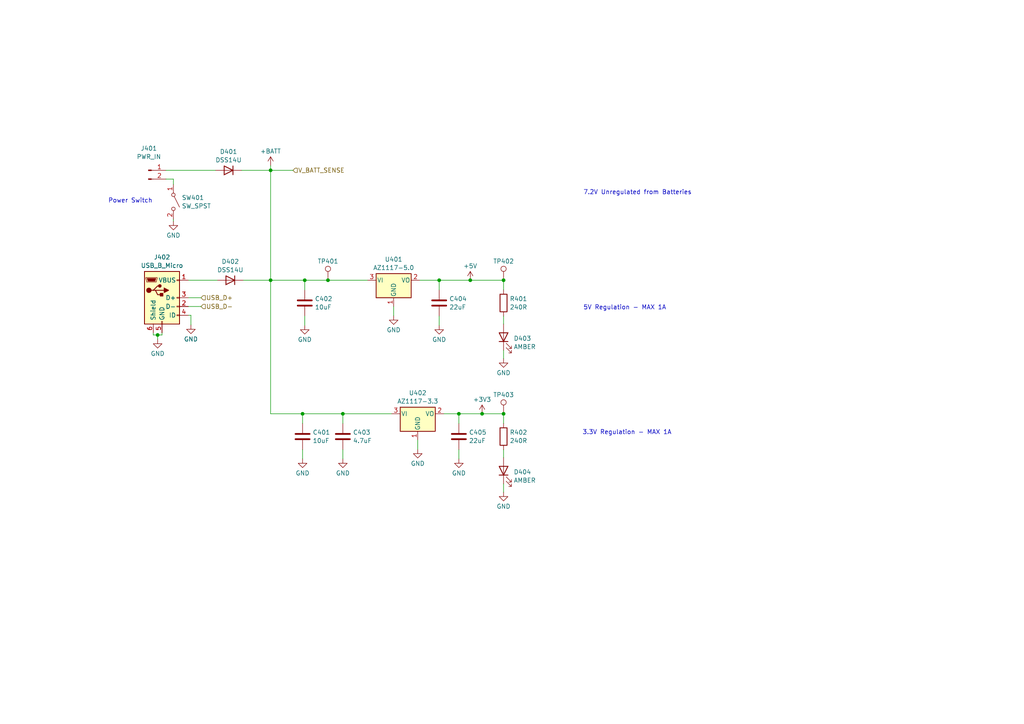
<source format=kicad_sch>
(kicad_sch (version 20231120) (generator "eeschema") (generator_version "8.0")
  (paper "A4")
  (title_block (title "Anduril-1 Flight Computer") (date "2024-02-22") (rev "V1.0") (company "UVic Rocketry"))
  (lib_symbols
    (symbol "Connector:Conn_01x02_Pin" (pin_names (offset 1.016) hide)
      (property "Reference" "J" (at 0 2.54 0))
      (property "Value" "Conn_01x02_Pin" (at 0 -5.08 0))
      (symbol "Conn_01x02_Pin_1_1"
        (polyline (pts (xy 1.27 -2.54) (xy 0.8636 -2.54)) (stroke (width 0.1524)))
        (polyline (pts (xy 1.27 0) (xy 0.8636 0)) (stroke (width 0.1524)))
        (rectangle (start 0.8636 -2.413) (end 0 -2.667) (stroke (width 0.1524)) (fill (type outline)))
        (rectangle (start 0.8636 0.127) (end 0 -0.127) (stroke (width 0.1524)) (fill (type outline)))
        (pin passive line (at 5.08 0 180) (length 3.81) (name "Pin_1") (number "1"))
        (pin passive line (at 5.08 -2.54 180) (length 3.81) (name "Pin_2") (number "2"))
      )
    )
    (symbol "Connector:TestPoint" (pin_numbers hide) (pin_names (offset 0.762) hide)
      (property "Reference" "TP" (at 0 6.858 0))
      (property "Value" "TestPoint" (at 0 5.08 0))
      (symbol "TestPoint_0_1"
        (circle (center 0 3.302) (radius 0.762))
      )
      (symbol "TestPoint_1_1"
        (pin passive line (at 0 0 90) (length 2.54) (name "1") (number "1"))
      )
    )
    (symbol "Connector:USB_B_Micro" (pin_names (offset 1.016))
      (property "Reference" "J" (at -5.08 11.43 0))
      (property "Value" "USB_B_Micro" (at -5.08 8.89 0))
      (symbol "USB_B_Micro_0_1"
        (rectangle (start -5.08 -7.62) (end 5.08 7.62) (stroke (width 0.254)) (fill (type background)))
        (circle (center -3.81 2.159) (radius 0.635) (stroke (width 0.254)) (fill (type outline)))
        (circle (center -0.635 3.429) (radius 0.381) (stroke (width 0.254)) (fill (type outline)))
        (rectangle (start -0.127 -7.62) (end 0.127 -6.858))
        (polyline (pts (xy -1.905 2.159) (xy 0.635 2.159)) (stroke (width 0.254)))
        (polyline (pts (xy -3.175 2.159) (xy -2.54 2.159) (xy -1.27 3.429) (xy -0.635 3.429)) (stroke (width 0.254)))
        (polyline (pts (xy -2.54 2.159) (xy -1.905 2.159) (xy -1.27 0.889) (xy 0 0.889)) (stroke (width 0.254)))
        (polyline (pts (xy 0.635 2.794) (xy 0.635 1.524) (xy 1.905 2.159) (xy 0.635 2.794)) (stroke (width 0.254)) (fill (type outline)))
        (polyline (pts (xy -4.318 5.588) (xy -1.778 5.588) (xy -2.032 4.826) (xy -4.064 4.826) (xy -4.318 5.588)) (fill (type outline)))
        (polyline (pts (xy -4.699 5.842) (xy -4.699 5.588) (xy -4.445 4.826) (xy -4.445 4.572) (xy -1.651 4.572) (xy -1.651 4.826) (xy -1.397 5.588) (xy -1.397 5.842) (xy -4.699 5.842)))
        (rectangle (start 0.254 1.27) (end -0.508 0.508) (stroke (width 0.254)) (fill (type outline)))
        (rectangle (start 5.08 -5.207) (end 4.318 -4.953))
        (rectangle (start 5.08 -2.667) (end 4.318 -2.413))
        (rectangle (start 5.08 -0.127) (end 4.318 0.127))
        (rectangle (start 5.08 4.953) (end 4.318 5.207))
      )
      (symbol "USB_B_Micro_1_1"
        (pin power_out line (at 7.62 5.08 180) (length 2.54) (name "VBUS") (number "1"))
        (pin bidirectional line (at 7.62 -2.54 180) (length 2.54) (name "D-") (number "2"))
        (pin bidirectional line (at 7.62 0 180) (length 2.54) (name "D+") (number "3"))
        (pin passive line (at 7.62 -5.08 180) (length 2.54) (name "ID") (number "4"))
        (pin power_out line (at 0 -10.16 90) (length 2.54) (name "GND") (number "5"))
        (pin passive line (at -2.54 -10.16 90) (length 2.54) (name "Shield") (number "6"))
      )
    )
    (symbol "Device:C" (pin_numbers hide) (pin_names (offset 0.254))
      (property "Reference" "C" (at 0.635 2.54 0))
      (property "Value" "C" (at 0.635 -2.54 0))
      (symbol "C_0_1"
        (polyline (pts (xy -2.032 -0.762) (xy 2.032 -0.762)) (stroke (width 0.508)))
        (polyline (pts (xy -2.032 0.762) (xy 2.032 0.762)) (stroke (width 0.508)))
      )
      (symbol "C_1_1"
        (pin passive line (at 0 3.81 270) (length 2.794) (name "~") (number "1"))
        (pin passive line (at 0 -3.81 90) (length 2.794) (name "~") (number "2"))
      )
    )
    (symbol "Device:D" (pin_numbers hide) (pin_names (offset 1.016) hide)
      (property "Reference" "D" (at 0 2.54 0))
      (property "Value" "D" (at 0 -2.54 0))
      (symbol "D_0_1"
        (polyline (pts (xy -1.27 1.27) (xy -1.27 -1.27)) (stroke (width 0.254)))
        (polyline (pts (xy 1.27 0) (xy -1.27 0)))
        (polyline (pts (xy 1.27 1.27) (xy 1.27 -1.27) (xy -1.27 0) (xy 1.27 1.27)) (stroke (width 0.254)))
      )
      (symbol "D_1_1"
        (pin passive line (at -3.81 0 0) (length 2.54) (name "K") (number "1"))
        (pin passive line (at 3.81 0 180) (length 2.54) (name "A") (number "2"))
      )
    )
    (symbol "Device:LED" (pin_numbers hide) (pin_names (offset 1.016) hide)
      (property "Reference" "D" (at 0 2.54 0))
      (property "Value" "LED" (at 0 -2.54 0))
      (symbol "LED_0_1"
        (polyline (pts (xy -1.27 -1.27) (xy -1.27 1.27)) (stroke (width 0.254)))
        (polyline (pts (xy -1.27 0) (xy 1.27 0)))
        (polyline (pts (xy 1.27 -1.27) (xy 1.27 1.27) (xy -1.27 0) (xy 1.27 -1.27)) (stroke (width 0.254)))
        (polyline (pts (xy -3.048 -0.762) (xy -4.572 -2.286) (xy -3.81 -2.286) (xy -4.572 -2.286) (xy -4.572 -1.524)))
        (polyline (pts (xy -1.778 -0.762) (xy -3.302 -2.286) (xy -2.54 -2.286) (xy -3.302 -2.286) (xy -3.302 -1.524)))
      )
      (symbol "LED_1_1"
        (pin passive line (at -3.81 0 0) (length 2.54) (name "K") (number "1"))
        (pin passive line (at 3.81 0 180) (length 2.54) (name "A") (number "2"))
      )
    )
    (symbol "Device:R" (pin_numbers hide) (pin_names (offset 0))
      (property "Reference" "R" (at 2.032 0 90))
      (property "Value" "R" (at 0 0 90))
      (symbol "R_0_1"
        (rectangle (start -1.016 -2.54) (end 1.016 2.54) (stroke (width 0.254)))
      )
      (symbol "R_1_1"
        (pin passive line (at 0 3.81 270) (length 1.27) (name "~") (number "1"))
        (pin passive line (at 0 -3.81 90) (length 1.27) (name "~") (number "2"))
      )
    )
    (symbol "Regulator_Linear:AZ1117-3.3" (pin_names (offset 0.254))
      (property "Reference" "U" (at -3.81 3.175 0))
      (property "Value" "AZ1117-3.3" (at 0 3.175 0))
      (symbol "AZ1117-3.3_0_1"
        (rectangle (start -5.08 1.905) (end 5.08 -5.08) (stroke (width 0.254)) (fill (type background)))
      )
      (symbol "AZ1117-3.3_1_1"
        (pin power_in line (at 0 -7.62 90) (length 2.54) (name "GND") (number "1"))
        (pin power_out line (at 7.62 0 180) (length 2.54) (name "VO") (number "2"))
        (pin power_in line (at -7.62 0 0) (length 2.54) (name "VI") (number "3"))
      )
    )
    (symbol "Regulator_Linear:AZ1117-5.0" (pin_names (offset 0.254))
      (property "Reference" "U" (at -3.81 3.175 0))
      (property "Value" "AZ1117-5.0" (at 0 3.175 0))
      (symbol "AZ1117-5.0_0_1"
        (rectangle (start -5.08 1.905) (end 5.08 -5.08) (stroke (width 0.254)) (fill (type background)))
      )
      (symbol "AZ1117-5.0_1_1"
        (pin power_in line (at 0 -7.62 90) (length 2.54) (name "GND") (number "1"))
        (pin power_out line (at 7.62 0 180) (length 2.54) (name "VO") (number "2"))
        (pin power_in line (at -7.62 0 0) (length 2.54) (name "VI") (number "3"))
      )
    )
    (symbol "Switch:SW_SPST" (pin_names (offset 0) hide)
      (property "Reference" "SW" (at 0 3.175 0))
      (property "Value" "SW_SPST" (at 0 -2.54 0))
      (symbol "SW_SPST_0_0"
        (circle (center -2.032 0) (radius 0.508))
        (polyline (pts (xy -1.524 0.254) (xy 1.524 1.778)))
        (circle (center 2.032 0) (radius 0.508))
      )
      (symbol "SW_SPST_1_1"
        (pin passive line (at -5.08 0 0) (length 2.54) (name "A") (number "1"))
        (pin passive line (at 5.08 0 180) (length 2.54) (name "B") (number "2"))
      )
    )
    (symbol "power:+3V3" (power) (pin_names (offset 0))
      (property "Value" "+3V3" (at 0 3.556 0))
      (symbol "+3V3_0_1"
        (polyline (pts (xy -0.762 1.27) (xy 0 2.54)))
        (polyline (pts (xy 0 0) (xy 0 2.54)))
        (polyline (pts (xy 0 2.54) (xy 0.762 1.27)))
      )
      (symbol "+3V3_1_1"
        (pin power_in line (at 0 0 90) (length 0) hide (name "+3V3") (number "1"))
      )
    )
    (symbol "power:+5V" (power) (pin_names (offset 0))
      (property "Value" "+5V" (at 0 3.556 0))
      (symbol "+5V_0_1"
        (polyline (pts (xy -0.762 1.27) (xy 0 2.54)))
        (polyline (pts (xy 0 0) (xy 0 2.54)))
        (polyline (pts (xy 0 2.54) (xy 0.762 1.27)))
      )
      (symbol "+5V_1_1"
        (pin power_in line (at 0 0 90) (length 0) hide (name "+5V") (number "1"))
      )
    )
    (symbol "power:+BATT" (power) (pin_names (offset 0))
      (property "Value" "+BATT" (at 0 3.556 0))
      (symbol "+BATT_0_1"
        (polyline (pts (xy -0.762 1.27) (xy 0 2.54)))
        (polyline (pts (xy 0 0) (xy 0 2.54)))
        (polyline (pts (xy 0 2.54) (xy 0.762 1.27)))
      )
      (symbol "+BATT_1_1"
        (pin power_in line (at 0 0 90) (length 0) hide (name "+BATT") (number "1"))
      )
    )
    (symbol "power:GND" (power) (pin_names (offset 0))
      (property "Value" "GND" (at 0 -3.81 0))
      (symbol "GND_0_1"
        (polyline (pts (xy 0 0) (xy 0 -1.27) (xy 1.27 -1.27) (xy 0 -2.54) (xy -1.27 -1.27) (xy 0 -1.27)))
      )
      (symbol "GND_1_1"
        (pin power_in line (at 0 0 270) (length 0) hide (name "GND") (number "1"))
      )
    )
  )
  (junction (at 133.0904 120.015))
  (junction (at 136.398 81.28))
  (junction (at 146.05 81.28))
  (junction (at 78.486 49.403))
  (junction (at 127.381 81.28))
  (junction (at 95.123 81.28))
  (junction (at 146.05 120.015))
  (junction (at 78.486 81.28))
  (junction (at 139.827 120.015))
  (junction (at 87.757 120.015))
  (junction (at 45.72 97.155))
  (junction (at 88.392 81.28))
  (junction (at 99.441 120.015))
  (wire (pts (xy 121.158 127.635) (xy 121.158 130.302)))
  (wire (pts (xy 87.757 120.015) (xy 99.441 120.015)))
  (wire (pts (xy 78.486 49.403) (xy 78.486 81.28)))
  (wire (pts (xy 146.05 81.28) (xy 146.05 84.074)))
  (wire (pts (xy 46.99 96.52) (xy 46.99 97.155)))
  (wire (pts (xy 87.757 130.429) (xy 87.757 133.096)))
  (wire (pts (xy 99.441 120.015) (xy 99.441 122.809)))
  (wire (pts (xy 146.05 120.015) (xy 146.05 122.809)))
  (wire (pts (xy 127.381 91.694) (xy 127.381 94.361)))
  (wire (pts (xy 121.793 81.28) (xy 127.381 81.28)))
  (wire (pts (xy 50.292 63.627) (xy 50.292 64.135)))
  (wire (pts (xy 99.441 130.429) (xy 99.441 133.096)))
  (wire (pts (xy 70.612 81.28) (xy 78.486 81.28)))
  (wire (pts (xy 45.72 97.155) (xy 45.72 98.425)))
  (wire (pts (xy 146.05 130.429) (xy 146.05 132.715)))
  (wire (pts (xy 54.61 86.36) (xy 58.293 86.36)))
  (wire (pts (xy 146.05 91.694) (xy 146.05 93.98)))
  (wire (pts (xy 87.757 120.015) (xy 87.757 122.809)))
  (wire (pts (xy 78.486 48.006) (xy 78.486 49.403)))
  (wire (pts (xy 95.123 81.28) (xy 106.553 81.28)))
  (wire (pts (xy 48.133 51.943) (xy 50.292 51.943)))
  (wire (pts (xy 114.173 88.9) (xy 114.173 91.567)))
  (wire (pts (xy 44.45 96.52) (xy 44.45 97.155)))
  (wire (pts (xy 127.381 81.28) (xy 127.381 84.074)))
  (wire (pts (xy 45.72 97.155) (xy 46.99 97.155)))
  (wire (pts (xy 54.61 88.9) (xy 58.293 88.9)))
  (wire (pts (xy 128.778 120.015) (xy 133.0904 120.015)))
  (wire (pts (xy 99.441 120.015) (xy 113.538 120.015)))
  (wire (pts (xy 88.392 91.694) (xy 88.392 94.361)))
  (wire (pts (xy 48.133 49.403) (xy 62.484 49.403)))
  (wire (pts (xy 78.486 120.015) (xy 87.757 120.015)))
  (wire (pts (xy 88.392 81.28) (xy 88.392 84.074)))
  (wire (pts (xy 78.486 81.28) (xy 88.392 81.28)))
  (wire (pts (xy 54.61 81.28) (xy 62.992 81.28)))
  (wire (pts (xy 88.392 81.28) (xy 95.123 81.28)))
  (wire (pts (xy 133.0904 120.015) (xy 133.0904 122.809)))
  (wire (pts (xy 44.45 97.155) (xy 45.72 97.155)))
  (wire (pts (xy 78.486 120.015) (xy 78.486 81.28)))
  (wire (pts (xy 133.0904 130.429) (xy 133.0904 133.096)))
  (wire (pts (xy 136.398 81.28) (xy 146.05 81.28)))
  (wire (pts (xy 70.104 49.403) (xy 78.486 49.403)))
  (wire (pts (xy 50.292 51.943) (xy 50.292 53.467)))
  (wire (pts (xy 55.372 91.44) (xy 55.372 94.234)))
  (wire (pts (xy 78.486 49.403) (xy 84.963 49.403)))
  (wire (pts (xy 133.0904 120.015) (xy 139.827 120.015)))
  (wire (pts (xy 146.05 101.6) (xy 146.05 104.013)))
  (wire (pts (xy 54.61 91.44) (xy 55.372 91.44)))
  (wire (pts (xy 127.381 81.28) (xy 136.398 81.28)))
  (wire (pts (xy 139.827 120.015) (xy 146.05 120.015)))
  (wire (pts (xy 146.05 140.335) (xy 146.05 142.748)))
  (text "3.3V Regulation - MAX 1A" (at 168.91 126.238 0) (effects (font (size 1.27 1.27)) (justify left bottom)))
  (text "7.2V Unregulated from Batteries" (at 169.164 56.642 0) (effects (font (size 1.27 1.27)) (justify left bottom)))
  (text "Power Switch" (at 31.369 59.055 0) (effects (font (size 1.27 1.27)) (justify left bottom)))
  (text "5V Regulation - MAX 1A\n" (at 169.164 90.043 0) (effects (font (size 1.27 1.27)) (justify left bottom)))
  (hierarchical_label "USB_D-" (shape input) (at 58.293 88.9 0))
  (hierarchical_label "V_BATT_SENSE" (shape input) (at 84.963 49.403 0))
  (hierarchical_label "USB_D+" (shape input) (at 58.293 86.36 0))
  (symbol (lib_id "Connector:TestPoint") (at 146.05 81.28 0) (unit 1)
    (property "Reference" "TP402" (at 146.05 75.057 0) (effects (justify top)))
    (property "Footprint" "TestPoint:TestPoint_THTPad_D1.0mm_Drill0.5mm" (effects (hide yes)))
  )
  (symbol (lib_id "Connector:USB_B_Micro") (at 46.99 86.36 0) (unit 1)
    (property "Reference" "J402" (at 46.99 74.5957 0))
    (property "Value" "USB_B_Micro" (at 46.99 77.0199 0))
    (property "Footprint" "Connector_USB:USB_Micro-B_Amphenol_10104110_Horizontal" (effects (hide yes)))
    (property "Description" "Micro-USB" (effects (hide yes)))
    (property "DK_Number" "609-4052-1-ND" (effects (hide yes)))
  )
  (symbol (lib_id "power:+3V3") (at 139.827 120.015 0) (unit 1)
    (property "Reference" "#PWR0413" (effects (hide yes)))
    (property "Value" "+3V3" (at 139.827 115.8819 0))
  )
  (symbol (lib_id "Regulator_Linear:AZ1117-5.0") (at 114.173 81.28 0) (unit 1)
    (property "Reference" "U401" (at 114.173 75.2307 0))
    (property "Value" "AZ1117-5.0" (at 114.173 77.6549 0))
    (property "Footprint" "Package_TO_SOT_SMD:SOT-223-3_TabPin2" (effects (hide yes)))
    (property "Datasheet" "https://www.diodes.com/assets/Datasheets/AZ1117.pdf" (effects (hide yes)))
    (property "DK_Number" "AZ1117IH-5.0TRG1DICT-ND" (effects (hide yes)))
  )
  (symbol (lib_id "Device:C") (at 99.441 126.619 0) (unit 1)
    (property "Reference" "C403" (at 102.362 125.4069 0) (effects (justify left)))
    (property "Value" "4.7uF" (at 102.362 127.8311 0) (effects (justify left)))
    (property "Footprint" "Capacitor_SMD:C_0603_1608Metric_Pad1.08x0.95mm_HandSolder" (effects (hide yes)))
    (property "Description" "4.7u 0603" (effects (hide yes)))
    (property "DK_Number" "490-7203-1-ND" (effects (hide yes)))
  )
  (symbol (lib_id "Device:R") (at 146.05 87.884 0) (unit 1)
    (property "Reference" "R401" (at 147.828 86.6719 0) (effects (justify left)))
    (property "Value" "240R" (at 147.828 89.0961 0) (effects (justify left)))
    (property "Footprint" "Resistor_SMD:R_0603_1608Metric_Pad0.98x0.95mm_HandSolder" (effects (hide yes)))
    (property "Description" "240R 0603" (effects (hide yes)))
    (property "DK_Number" "YAG3582CT-ND" (effects (hide yes)))
  )
  (symbol (lib_id "Device:LED") (at 146.05 97.79 90) (unit 1)
    (property "Reference" "D403" (at 148.971 98.1654 90) (effects (justify right)))
    (property "Value" "AMBER" (at 148.971 100.5896 90) (effects (justify right)))
    (property "Footprint" "LED_SMD:LED_1206_3216Metric" (effects (hide yes)))
    (property "Description" "Amber 1206" (effects (hide yes)))
    (property "DK_Number" "732-4988-1-ND" (effects (hide yes)))
  )
  (symbol (lib_id "Connector:Conn_01x02_Pin") (at 43.053 49.403 0) (unit 1)
    (property "Reference" "J401" (at 43.18 43.0418 0))
    (property "Value" "PWR_IN" (at 43.18 45.466 0))
    (property "Footprint" "Connector_PinSocket_2.54mm:PinSocket_1x02_P2.54mm_Vertical" (effects (hide yes)))
    (property "Description" "Socket 1x2 2.54" (effects (hide yes)))
  )
  (symbol (lib_id "Device:C") (at 133.0904 126.619 0) (unit 1)
    (property "Reference" "C405" (at 136.0114 125.4069 0) (effects (justify left)))
    (property "Value" "22uF" (at 136.0114 127.8311 0) (effects (justify left)))
    (property "Footprint" "Capacitor_SMD:C_0603_1608Metric_Pad1.08x0.95mm_HandSolder" (effects (hide yes)))
    (property "Description" "22uF 0603" (effects (hide yes)))
    (property "DK_Number" "490-10476-1-ND" (effects (hide yes)))
  )
  (symbol (lib_id "power:GND") (at 127.381 94.361 0) (unit 1)
    (property "Reference" "#PWR0410" (effects (hide yes)))
    (property "Value" "GND" (at 127.381 98.4941 0))
  )
  (symbol (lib_id "power:GND") (at 99.441 133.096 0) (unit 1)
    (property "Reference" "#PWR0407" (effects (hide yes)))
    (property "Value" "GND" (at 99.441 137.2291 0))
  )
  (symbol (lib_id "Device:R") (at 146.05 126.619 0) (unit 1)
    (property "Reference" "R402" (at 147.828 125.4069 0) (effects (justify left)))
    (property "Value" "240R" (at 147.828 127.8311 0) (effects (justify left)))
    (property "Footprint" "Resistor_SMD:R_0603_1608Metric_Pad0.98x0.95mm_HandSolder" (effects (hide yes)))
    (property "Description" "240R 0603" (effects (hide yes)))
    (property "DK_Number" "YAG3582CT-ND" (effects (hide yes)))
  )
  (symbol (lib_id "power:+5V") (at 136.398 81.28 0) (unit 1)
    (property "Reference" "#PWR0412" (effects (hide yes)))
    (property "Value" "+5V" (at 136.398 77.1469 0))
  )
  (symbol (lib_id "power:GND") (at 133.0904 133.096 0) (unit 1)
    (property "Reference" "#PWR0411" (effects (hide yes)))
    (property "Value" "GND" (at 133.0904 137.2291 0))
  )
  (symbol (lib_id "power:+BATT") (at 78.486 48.006 0) (unit 1)
    (property "Reference" "#PWR0404" (effects (hide yes)))
    (property "Value" "+BATT" (at 78.486 43.8729 0))
  )
  (symbol (lib_id "Device:D") (at 66.294 49.403 180) (unit 1)
    (property "Reference" "D401" (at 66.294 43.9887 0))
    (property "Value" "DSS14U" (at 66.294 46.4129 0))
    (property "Footprint" "Diode_SMD:D_SOD-123F" (effects (hide yes)))
    (property "Description" "Diode SOD-123F" (effects (hide yes)))
    (property "Sim.Device" "D" (effects (hide yes)))
    (property "Sim.Pins" "1=K 2=A" (effects (hide yes)))
    (property "DK_Number" "1655-DSS14UCT-ND" (effects (hide yes)))
  )
  (symbol (lib_id "power:GND") (at 114.173 91.567 0) (unit 1)
    (property "Reference" "#PWR0408" (effects (hide yes)))
    (property "Value" "GND" (at 114.173 95.7001 0))
  )
  (symbol (lib_id "Device:C") (at 127.381 87.884 0) (unit 1)
    (property "Reference" "C404" (at 130.302 86.6719 0) (effects (justify left)))
    (property "Value" "22uF" (at 130.302 89.0961 0) (effects (justify left)))
    (property "Footprint" "Capacitor_SMD:C_0603_1608Metric_Pad1.08x0.95mm_HandSolder" (effects (hide yes)))
    (property "Description" "22uF 0603" (effects (hide yes)))
    (property "DK_Number" "490-10476-1-ND" (effects (hide yes)))
  )
  (symbol (lib_id "power:GND") (at 121.158 130.302 0) (unit 1)
    (property "Reference" "#PWR0409" (effects (hide yes)))
    (property "Value" "GND" (at 121.158 134.4351 0))
  )
  (symbol (lib_id "Switch:SW_SPST") (at 50.292 58.547 270) (unit 1)
    (property "Reference" "SW401" (at 52.705 57.3349 90) (effects (justify left)))
    (property "Value" "SW_SPST" (at 52.705 59.7591 90) (effects (justify left)))
    (property "Footprint" "Connector_PinHeader_2.54mm:PinHeader_1x02_P2.54mm_Vertical" (effects (hide yes)))
    (property "Description" "Header 1x2 2.54" (effects (hide yes)))
    (property "DK_Number" "CKN9559-ND" (effects (hide yes)))
  )
  (symbol (lib_id "power:GND") (at 87.757 133.096 0) (unit 1)
    (property "Reference" "#PWR0405" (effects (hide yes)))
    (property "Value" "GND" (at 87.757 137.2291 0))
  )
  (symbol (lib_id "Device:C") (at 87.757 126.619 0) (unit 1)
    (property "Reference" "C401" (at 90.678 125.4069 0) (effects (justify left)))
    (property "Value" "10uF" (at 90.678 127.8311 0) (effects (justify left)))
    (property "Footprint" "Capacitor_SMD:C_0603_1608Metric_Pad1.08x0.95mm_HandSolder" (effects (hide yes)))
    (property "Description" "10uF 0603" (effects (hide yes)))
    (property "DK_Number" "490-7201-1-ND" (effects (hide yes)))
  )
  (symbol (lib_id "power:GND") (at 50.292 64.135 0) (unit 1)
    (property "Reference" "#PWR0402" (effects (hide yes)))
    (property "Value" "GND" (at 50.292 68.2681 0))
  )
  (symbol (lib_id "Device:LED") (at 146.05 136.525 90) (unit 1)
    (property "Reference" "D404" (at 148.971 136.9004 90) (effects (justify right)))
    (property "Value" "AMBER" (at 148.971 139.3246 90) (effects (justify right)))
    (property "Footprint" "LED_SMD:LED_1206_3216Metric" (effects (hide yes)))
    (property "Description" "Amber 1206" (effects (hide yes)))
    (property "DK_Number" "732-4988-1-ND" (effects (hide yes)))
  )
  (symbol (lib_id "Device:D") (at 66.802 81.28 180) (unit 1)
    (property "Reference" "D402" (at 66.802 75.8657 0))
    (property "Value" "DSS14U" (at 66.802 78.2899 0))
    (property "Footprint" "Diode_SMD:D_SOD-123F" (effects (hide yes)))
    (property "Description" "Diode SOD-123F" (effects (hide yes)))
    (property "Sim.Device" "D" (effects (hide yes)))
    (property "Sim.Pins" "1=K 2=A" (effects (hide yes)))
    (property "DK_Number" "1655-DSS14UCT-ND" (effects (hide yes)))
  )
  (symbol (lib_id "Connector:TestPoint") (at 146.05 120.015 0) (unit 1)
    (property "Reference" "TP403" (at 146.05 113.792 0) (effects (justify top)))
    (property "Footprint" "TestPoint:TestPoint_THTPad_D1.0mm_Drill0.5mm" (effects (hide yes)))
  )
  (symbol (lib_id "power:GND") (at 45.72 98.425 0) (unit 1)
    (property "Reference" "#PWR0401" (effects (hide yes)))
    (property "Value" "GND" (at 45.72 102.5581 0))
  )
  (symbol (lib_id "Connector:TestPoint") (at 95.123 81.28 0) (unit 1)
    (property "Reference" "TP401" (at 95.123 75.057 0) (effects (justify top)))
    (property "Footprint" "TestPoint:TestPoint_THTPad_D1.0mm_Drill0.5mm" (effects (hide yes)))
  )
  (symbol (lib_id "power:GND") (at 146.05 104.013 0) (unit 1)
    (property "Reference" "#PWR0414" (effects (hide yes)))
    (property "Value" "GND" (at 146.05 108.1461 0))
  )
  (symbol (lib_id "Regulator_Linear:AZ1117-3.3") (at 121.158 120.015 0) (unit 1)
    (property "Reference" "U402" (at 121.158 113.9657 0))
    (property "Value" "AZ1117-3.3" (at 121.158 116.3899 0))
    (property "Footprint" "Package_TO_SOT_SMD:SOT-223-3_TabPin2" (effects (hide yes)))
    (property "Datasheet" "https://www.diodes.com/assets/Datasheets/AZ1117.pdf" (effects (hide yes)))
    (property "DK_Number" "AZ1117IH-3.3TRG1DICT-ND" (effects (hide yes)))
  )
  (symbol (lib_id "power:GND") (at 88.392 94.361 0) (unit 1)
    (property "Reference" "#PWR0406" (effects (hide yes)))
    (property "Value" "GND" (at 88.392 98.4941 0))
  )
  (symbol (lib_id "power:GND") (at 55.372 94.234 0) (unit 1)
    (property "Reference" "#PWR0403" (effects (hide yes)))
    (property "Value" "GND" (at 55.372 98.3671 0))
  )
  (symbol (lib_id "Device:C") (at 88.392 87.884 0) (unit 1)
    (property "Reference" "C402" (at 91.313 86.6719 0) (effects (justify left)))
    (property "Value" "10uF" (at 91.313 89.0961 0) (effects (justify left)))
    (property "Footprint" "Capacitor_SMD:C_0603_1608Metric_Pad1.08x0.95mm_HandSolder" (effects (hide yes)))
    (property "Description" "10uF 0603" (effects (hide yes)))
    (property "DK_Number" "490-7201-1-ND" (effects (hide yes)))
  )
  (symbol (lib_id "power:GND") (at 146.05 142.748 0) (unit 1)
    (property "Reference" "#PWR0415" (effects (hide yes)))
    (property "Value" "GND" (at 146.05 146.8811 0))
  )
)
</source>
